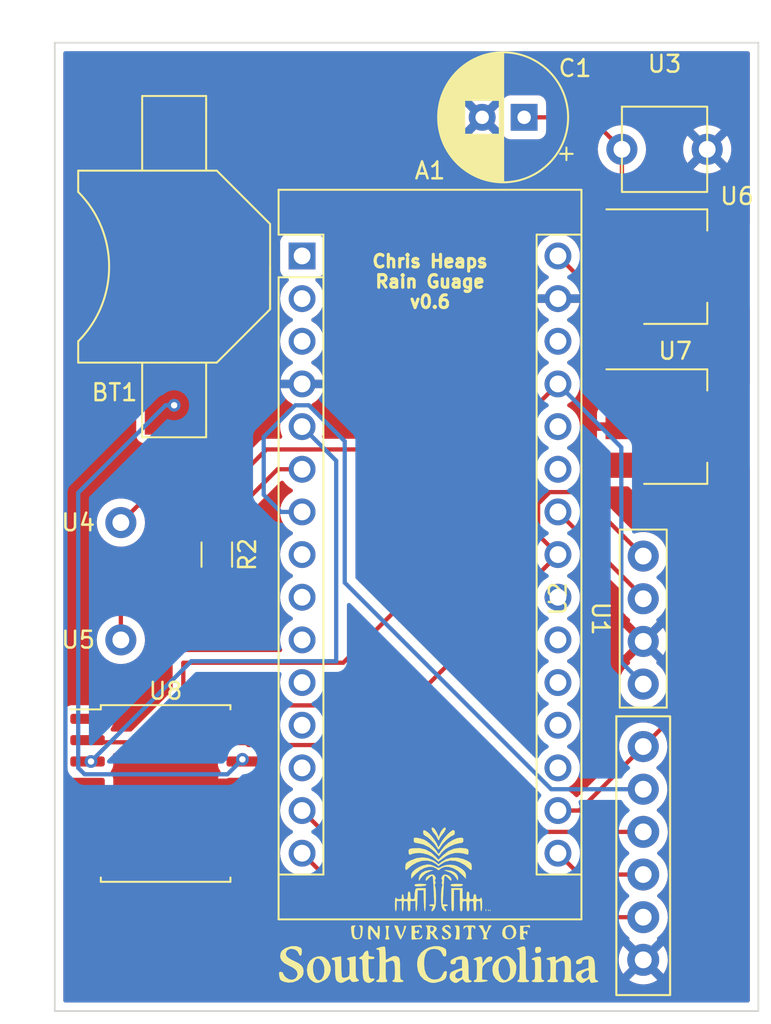
<source format=kicad_pcb>
(kicad_pcb (version 20211014) (generator pcbnew)
  (layers (0 "F.Cu" signal) (31 "B.Cu" signal) (34 "B.Paste" user) (35 "F.Paste" user) (36 "B.SilkS" user "B.Silkscreen") (37 "F.SilkS" user "F.Silkscreen") (38 "B.Mask" user) (39 "F.Mask" user) (44 "Edge.Cuts" user))
  (net 0 "")
  (net 4 "GND")
  (net 5 "Net-(A1-Pad5)")
  (net 6 "Net-(A1-Pad6)")
  (net 7 "Net-(A1-Pad7)")
  (net 14 "Net-(A1-Pad14)")
  (net 15 "Net-(A1-Pad15)")
  (net 16 "Net-(A1-Pad16)")
  (net 17 "+3V3")
  (net 23 "Net-(A1-Pad23)")
  (net 24 "Net-(A1-Pad24)")
  (net 27 "+5V")
  (net 29 "Net-(A1-Pad30)")
  (net 30 "Net-(BT1-Pad1)")
  (net 31 "Net-(C1-Pad1)")
  (footprint "Package_TO_SOT_SMD:SOT-223-3_TabPin2" (layer "F.Cu") (at 205.105 51.435)
    (fp_text reference "U6" (at 3.683 -4.191) (layer "F.SilkS"))
    (fp_text value "LM2937xMP")
    (pad "1" smd rect (at -3.15 -2.3) (size 2 1.5) (layers "F.Cu" "F.Paste" "F.Mask") (net 31 "Net-(C1-Pad1)"))
    (pad "2" smd rect (at 3.15 0) (size 2 3.8) (layers "F.Cu" "F.Paste" "F.Mask") (net 4 "GND"))
    (pad "2" smd rect (at -3.15 0) (size 2 1.5) (layers "F.Cu" "F.Paste" "F.Mask") (net 4 "GND"))
    (pad "3" smd rect (at -3.15 2.3) (size 2 1.5) (layers "F.Cu" "F.Paste" "F.Mask") (net 29 "Net-(A1-Pad30)"))
  )
  (footprint "Module:Arduino_Nano" (layer "F.Cu") (at 182.88 50.8)
    (fp_text reference "A1" (at 7.62 -5.08) (layer "F.SilkS"))
    (fp_text value "Arduino_Nano_Every")
    (pad "1" thru_hole rect (at 0 0) (size 1.6 1.6) (drill 1) (layers *.Cu *.Mask))
    (pad "2" thru_hole oval (at 0 2.54) (size 1.6 1.6) (drill 1) (layers *.Cu *.Mask))
    (pad "3" thru_hole oval (at 0 5.08) (size 1.6 1.6) (drill 1) (layers *.Cu *.Mask))
    (pad "4" thru_hole oval (at 0 7.62) (size 1.6 1.6) (drill 1) (layers *.Cu *.Mask) (net 4 "GND"))
    (pad "5" thru_hole oval (at 0 10.16) (size 1.6 1.6) (drill 1) (layers *.Cu *.Mask) (net 5 "Net-(A1-Pad5)"))
    (pad "6" thru_hole oval (at 0 12.7) (size 1.6 1.6) (drill 1) (layers *.Cu *.Mask) (net 6 "Net-(A1-Pad6)"))
    (pad "7" thru_hole oval (at 0 15.24) (size 1.6 1.6) (drill 1) (layers *.Cu *.Mask) (net 7 "Net-(A1-Pad7)"))
    (pad "8" thru_hole oval (at 0 17.78) (size 1.6 1.6) (drill 1) (layers *.Cu *.Mask))
    (pad "9" thru_hole oval (at 0 20.32) (size 1.6 1.6) (drill 1) (layers *.Cu *.Mask))
    (pad "10" thru_hole oval (at 0 22.86) (size 1.6 1.6) (drill 1) (layers *.Cu *.Mask))
    (pad "11" thru_hole oval (at 0 25.4) (size 1.6 1.6) (drill 1) (layers *.Cu *.Mask))
    (pad "12" thru_hole oval (at 0 27.94) (size 1.6 1.6) (drill 1) (layers *.Cu *.Mask))
    (pad "13" thru_hole oval (at 0 30.48) (size 1.6 1.6) (drill 1) (layers *.Cu *.Mask))
    (pad "14" thru_hole oval (at 0 33.02) (size 1.6 1.6) (drill 1) (layers *.Cu *.Mask) (net 14 "Net-(A1-Pad14)"))
    (pad "15" thru_hole oval (at 0 35.56) (size 1.6 1.6) (drill 1) (layers *.Cu *.Mask) (net 15 "Net-(A1-Pad15)"))
    (pad "16" thru_hole oval (at 15.24 35.56) (size 1.6 1.6) (drill 1) (layers *.Cu *.Mask) (net 16 "Net-(A1-Pad16)"))
    (pad "17" thru_hole oval (at 15.24 33.02) (size 1.6 1.6) (drill 1) (layers *.Cu *.Mask) (net 17 "+3V3"))
    (pad "18" thru_hole oval (at 15.24 30.48) (size 1.6 1.6) (drill 1) (layers *.Cu *.Mask))
    (pad "19" thru_hole oval (at 15.24 27.94) (size 1.6 1.6) (drill 1) (layers *.Cu *.Mask))
    (pad "20" thru_hole oval (at 15.24 25.4) (size 1.6 1.6) (drill 1) (layers *.Cu *.Mask))
    (pad "21" thru_hole oval (at 15.24 22.86) (size 1.6 1.6) (drill 1) (layers *.Cu *.Mask))
    (pad "22" thru_hole oval (at 15.24 20.32) (size 1.6 1.6) (drill 1) (layers *.Cu *.Mask))
    (pad "23" thru_hole oval (at 15.24 17.78) (size 1.6 1.6) (drill 1) (layers *.Cu *.Mask) (net 23 "Net-(A1-Pad23)"))
    (pad "24" thru_hole oval (at 15.24 15.24) (size 1.6 1.6) (drill 1) (layers *.Cu *.Mask) (net 24 "Net-(A1-Pad24)"))
    (pad "25" thru_hole oval (at 15.24 12.7) (size 1.6 1.6) (drill 1) (layers *.Cu *.Mask))
    (pad "26" thru_hole oval (at 15.24 10.16) (size 1.6 1.6) (drill 1) (layers *.Cu *.Mask))
    (pad "27" thru_hole oval (at 15.24 7.62) (size 1.6 1.6) (drill 1) (layers *.Cu *.Mask) (net 27 "+5V"))
    (pad "28" thru_hole oval (at 15.24 5.08) (size 1.6 1.6) (drill 1) (layers *.Cu *.Mask))
    (pad "29" thru_hole oval (at 15.24 2.54) (size 1.6 1.6) (drill 1) (layers *.Cu *.Mask) (net 4 "GND"))
    (pad "30" thru_hole oval (at 15.24 0) (size 1.6 1.6) (drill 1) (layers *.Cu *.Mask) (net 29 "Net-(A1-Pad30)"))
  )
  (footprint "Rain Gauge:Electrode" (layer "F.Cu") (at 172.085 66.675)
    (fp_text reference "U4" (at -2.54 0 unlocked) (layer "F.SilkS"))
    (fp_text value "Electrode")
    (pad "1" thru_hole circle (at 0 0) (size 1.85 1.85) (drill 1) (layers *.Cu *.Mask) (net 27 "+5V"))
  )
  (footprint "Package_TO_SOT_SMD:SOT-223-3_TabPin2" (layer "F.Cu") (at 205.105 60.96)
    (fp_text reference "U7" (at 0 -4.5) (layer "F.SilkS"))
    (fp_text value "MCP1825S")
    (pad "1" smd rect (at -3.15 -2.3) (size 2 1.5) (layers "F.Cu" "F.Paste" "F.Mask") (net 29 "Net-(A1-Pad30)"))
    (pad "2" smd rect (at 3.15 0) (size 2 3.8) (layers "F.Cu" "F.Paste" "F.Mask") (net 4 "GND"))
    (pad "2" smd rect (at -3.15 0) (size 2 1.5) (layers "F.Cu" "F.Paste" "F.Mask") (net 4 "GND"))
    (pad "3" smd rect (at -3.15 2.3) (size 2 1.5) (layers "F.Cu" "F.Paste" "F.Mask") (net 17 "+3V3"))
  )
  (footprint "Capacitor_THT:CP_Radial_D7.5mm_P2.50mm" (layer "F.Cu") (at 196.106395 42.545 180)
    (fp_text reference "C1" (at -3.029605 2.921 180) (layer "F.SilkS"))
    (fp_text value "C_Polarized")
    (pad "1" thru_hole rect (at 0 0 180) (size 1.6 1.6) (drill 0.8) (layers *.Cu *.Mask) (net 31 "Net-(C1-Pad1)"))
    (pad "2" thru_hole circle (at 2.5 0 180) (size 1.6 1.6) (drill 0.8) (layers *.Cu *.Mask) (net 4 "GND"))
  )
  (footprint "Rain Gauge:3.3v SD Adapter" (layer "F.Cu") (at 203.2 80.01 -90)
    (fp_text reference "U1" (at -7.62 2.54 -90 unlocked) (layer "F.SilkS"))
    (fp_text value "SD_Adapter")
    (pad "1" thru_hole circle (at 0 0 270) (size 1.85 1.85) (drill 1) (layers *.Cu *.Mask) (net 17 "+3V3"))
    (pad "2" thru_hole circle (at 2.54 0 270) (size 1.85 1.85) (drill 1) (layers *.Cu *.Mask) (net 7 "Net-(A1-Pad7)"))
    (pad "3" thru_hole circle (at 5.08 0 270) (size 1.905 1.905) (drill 1) (layers *.Cu *.Mask) (net 14 "Net-(A1-Pad14)"))
    (pad "4" thru_hole circle (at 7.62 0 270) (size 1.905 1.905) (drill 1) (layers *.Cu *.Mask) (net 16 "Net-(A1-Pad16)"))
    (pad "5" thru_hole circle (at 10.16 0 270) (size 1.905 1.905) (drill 1) (layers *.Cu *.Mask) (net 15 "Net-(A1-Pad15)"))
    (pad "6" thru_hole circle (at 12.7 0 270) (size 1.905 1.905) (drill 1) (layers *.Cu *.Mask) (net 4 "GND"))
  )
  (footprint "ARTS-Lab:uofsc_logo_0_75in" (layer "F.Cu") (at 191.008 89.408)
    (fp_text reference "G***" hide)
    (fp_text value "LOGO" hide)
  )
  (footprint "Rain Gauge:Lipo" (layer "F.Cu") (at 204.47 44.45)
    (fp_text reference "U3" (at 0 -5.08 unlocked) (layer "F.SilkS"))
    (fp_text value "Lipo")
    (pad "1" thru_hole circle (at -2.54 0) (size 1.85 1.85) (drill 1) (layers *.Cu *.Mask) (net 31 "Net-(C1-Pad1)"))
    (pad "2" thru_hole circle (at 2.54 0) (size 1.85 1.85) (drill 1) (layers *.Cu *.Mask) (net 4 "GND"))
  )
  (footprint "Resistor_SMD:R_1206_3216Metric" (layer "F.Cu") (at 177.8 68.58 -90)
    (fp_text reference "R2" (at 0 -1.82 90) (layer "F.SilkS"))
    (fp_text value "3M")
    (pad "1" smd roundrect (at -1.4625 0 270) (size 1.125 1.75) (layers "F.Cu" "F.Paste" "F.Mask") (roundrect_rratio 0.222222) (net 6 "Net-(A1-Pad6)"))
    (pad "2" smd roundrect (at 1.4625 0 270) (size 1.125 1.75) (layers "F.Cu" "F.Paste" "F.Mask") (roundrect_rratio 0.222222) (net 4 "GND"))
  )
  (footprint "ARTS-Lab:battery_holder_10mm" (layer "F.Cu") (at 175.26 51.435 90)
    (fp_text reference "BT1" (at -7.493 -3.556 180) (layer "F.SilkS"))
    (fp_text value "Battery_Cell")
    (pad "1" smd rect locked (at -8.255 0) (size 3.5 3.5) (layers "F.Cu" "F.Mask") (net 30 "Net-(BT1-Pad1)"))
    (pad "1" smd rect locked (at 8.255 0) (size 3.5 3.5) (layers "F.Cu" "F.Mask") (net 30 "Net-(BT1-Pad1)"))
    (pad "2" smd circle locked (at 0 0) (size 8 8) (layers "F.Cu" "F.Mask") (net 4 "GND"))
  )
  (footprint "Package_SO:SOIC-16W_7.5x10.3mm_P1.27mm" (layer "F.Cu") (at 174.752 82.804)
    (fp_text reference "U8" (at 0 -6.1) (layer "F.SilkS"))
    (fp_text value "DS3231M")
    (pad "1" smd roundrect (at -4.65 -4.445) (size 2.05 0.6) (layers "F.Cu" "F.Paste" "F.Mask"))
    (pad "2" smd roundrect (at -4.65 -3.175) (size 2.05 0.6) (layers "F.Cu" "F.Paste" "F.Mask") (net 27 "+5V"))
    (pad "3" smd roundrect (at -4.65 -1.905) (size 2.05 0.6) (layers "F.Cu" "F.Paste" "F.Mask") (net 5 "Net-(A1-Pad5)"))
    (pad "4" smd roundrect (at -4.65 -0.635) (size 2.05 0.6) (layers "F.Cu" "F.Paste" "F.Mask"))
    (pad "5" smd roundrect (at -4.65 0.635) (size 2.05 0.6) (layers "F.Cu" "F.Paste" "F.Mask") (net 4 "GND"))
    (pad "6" smd roundrect (at -4.65 1.905) (size 2.05 0.6) (layers "F.Cu" "F.Paste" "F.Mask") (net 4 "GND"))
    (pad "7" smd roundrect (at -4.65 3.175) (size 2.05 0.6) (layers "F.Cu" "F.Paste" "F.Mask") (net 4 "GND"))
    (pad "8" smd roundrect (at -4.65 4.445) (size 2.05 0.6) (layers "F.Cu" "F.Paste" "F.Mask") (net 4 "GND"))
    (pad "9" smd roundrect (at 4.65 4.445) (size 2.05 0.6) (layers "F.Cu" "F.Paste" "F.Mask") (net 4 "GND"))
    (pad "10" smd roundrect (at 4.65 3.175) (size 2.05 0.6) (layers "F.Cu" "F.Paste" "F.Mask") (net 4 "GND"))
    (pad "11" smd roundrect (at 4.65 1.905) (size 2.05 0.6) (layers "F.Cu" "F.Paste" "F.Mask") (net 4 "GND"))
    (pad "12" smd roundrect (at 4.65 0.635) (size 2.05 0.6) (layers "F.Cu" "F.Paste" "F.Mask") (net 4 "GND"))
    (pad "13" smd roundrect (at 4.65 -0.635) (size 2.05 0.6) (layers "F.Cu" "F.Paste" "F.Mask") (net 4 "GND"))
    (pad "14" smd roundrect (at 4.65 -1.905) (size 2.05 0.6) (layers "F.Cu" "F.Paste" "F.Mask") (net 30 "Net-(BT1-Pad1)"))
    (pad "15" smd roundrect (at 4.65 -3.175) (size 2.05 0.6) (layers "F.Cu" "F.Paste" "F.Mask") (net 23 "Net-(A1-Pad23)"))
    (pad "16" smd roundrect (at 4.65 -4.445) (size 2.05 0.6) (layers "F.Cu" "F.Paste" "F.Mask") (net 23 "Net-(A1-Pad23)"))
  )
  (footprint "Rain Gauge:Electrode" (layer "F.Cu") (at 172.085 73.66)
    (fp_text reference "U5" (at -2.54 0 unlocked) (layer "F.SilkS"))
    (fp_text value "Electrode")
    (pad "1" thru_hole circle (at 0 0) (size 1.85 1.85) (drill 1) (layers *.Cu *.Mask) (net 6 "Net-(A1-Pad6)"))
  )
  (footprint "Rain Gauge:BME280" (layer "F.Cu") (at 203.2 76.29 90)
    (fp_text reference "U2" (at 5.08 -5.08 90 unlocked) (layer "F.SilkS"))
    (fp_text value "BME280")
    (pad "1" thru_hole circle (at 0 0 90) (size 1.85 1.85) (drill 1) (layers *.Cu *.Mask) (net 27 "+5V"))
    (pad "2" thru_hole circle (at 2.54 0 90) (size 1.85 1.85) (drill 1) (layers *.Cu *.Mask) (net 4 "GND"))
    (pad "3" thru_hole circle (at 5.08 0 180) (size 1.85 1.85) (drill 1) (layers *.Cu *.Mask) (net 24 "Net-(A1-Pad24)"))
    (pad "4" thru_hole circle (at 7.62 0 90) (size 1.85 1.85) (drill 1) (layers *.Cu *.Mask) (net 23 "Net-(A1-Pad23)"))
  )
  (gr_rect (start 168.148 38.1) (end 210.058 95.758) (layer "Edge.Cuts") (width 0.1) (fill none))
  (gr_text "Chris Heaps\nRain Guage\nv0.6" (at 190.5 52.324) (layer "F.SilkS") (effects (font (size 0.75 0.75) (thickness 0.1875))))
  (via (at 170.307 80.899) (size 0.762) (drill 0.381) (layers "F.Cu" "B.Cu") (net 5))
  (segment (start 184.912 62.992) (end 184.912 74.93) (width 0.254) (layer "B.Cu") (net 5))
  (segment (start 176.276 74.93) (end 170.307 80.899) (width 0.254) (layer "B.Cu") (net 5))
  (segment (start 184.912 74.93) (end 176.276 74.93) (width 0.254) (layer "B.Cu") (net 5))
  (segment (start 182.88 60.96) (end 184.912 62.992) (width 0.254) (layer "B.Cu") (net 5))
  (segment (start 177.8 67.1175) (end 181.4175 63.5) (width 0.254) (layer "F.Cu") (net 6))
  (segment (start 181.4175 63.5) (end 182.88 63.5) (width 0.254) (layer "F.Cu") (net 6))
  (segment (start 172.085 73.66) (end 172.085 70.485) (width 0.254) (layer "F.Cu") (net 6))
  (segment (start 172.085 70.485) (end 175.4525 67.1175) (width 0.254) (layer "F.Cu") (net 6))
  (segment (start 175.4525 67.1175) (end 177.8 67.1175) (width 0.254) (layer "F.Cu") (net 6))
  (segment (start 180.594 61.576504) (end 180.594 65.024) (width 0.254) (layer "B.Cu") (net 7))
  (segment (start 203.2 82.55) (end 197.720504 82.55) (width 0.254) (layer "B.Cu") (net 7))
  (segment (start 183.279496 59.69) (end 182.480504 59.69) (width 0.254) (layer "B.Cu") (net 7))
  (segment (start 182.480504 59.69) (end 180.594 61.576504) (width 0.254) (layer "B.Cu") (net 7))
  (segment (start 181.61 66.04) (end 182.88 66.04) (width 0.254) (layer "B.Cu") (net 7))
  (segment (start 197.720504 82.55) (end 185.41952 70.249016) (width 0.254) (layer "B.Cu") (net 7))
  (segment (start 180.594 65.024) (end 181.61 66.04) (width 0.254) (layer "B.Cu") (net 7))
  (segment (start 185.41952 61.830024) (end 183.279496 59.69) (width 0.254) (layer "B.Cu") (net 7))
  (segment (start 185.41952 70.249016) (end 185.41952 61.830024) (width 0.254) (layer "B.Cu") (net 7))
  (segment (start 182.88 83.82) (end 184.15 85.09) (width 0.254) (layer "F.Cu") (net 14))
  (segment (start 184.15 85.09) (end 203.2 85.09) (width 0.254) (layer "F.Cu") (net 14))
  (segment (start 203.2 90.17) (end 186.69 90.17) (width 0.254) (layer "F.Cu") (net 15))
  (segment (start 186.69 90.17) (end 182.88 86.36) (width 0.254) (layer "F.Cu") (net 15))
  (segment (start 203.2 87.63) (end 199.39 87.63) (width 0.254) (layer "F.Cu") (net 16))
  (segment (start 199.39 87.63) (end 198.12 86.36) (width 0.254) (layer "F.Cu") (net 16))
  (segment (start 199.39 83.82) (end 198.12 83.82) (width 0.254) (layer "F.Cu") (net 17))
  (segment (start 205.486 66.791) (end 205.486 78.74) (width 0.254) (layer "F.Cu") (net 17))
  (segment (start 204.47 78.74) (end 203.2 80.01) (width 0.254) (layer "F.Cu") (net 17))
  (segment (start 201.955 63.26) (end 205.486 66.791) (width 0.254) (layer "F.Cu") (net 17))
  (segment (start 203.2 80.01) (end 199.39 83.82) (width 0.254) (layer "F.Cu") (net 17))
  (segment (start 205.486 78.74) (end 204.47 78.74) (width 0.254) (layer "F.Cu") (net 17))
  (segment (start 189.140511 77.559489) (end 198.12 68.58) (width 0.254) (layer "F.Cu") (net 23))
  (segment (start 199.389489 64.859489) (end 203.2 68.67) (width 0.254) (layer "F.Cu") (net 23))
  (segment (start 198.12 68.58) (end 196.939489 67.399489) (width 0.254) (layer "F.Cu") (net 23))
  (segment (start 187.287489 78.396511) (end 187.287489 77.559489) (width 0.254) (layer "F.Cu") (net 23))
  (segment (start 179.402 79.629) (end 179.693511 79.920511) (width 0.254) (layer "F.Cu") (net 23))
  (segment (start 196.939489 67.399489) (end 196.939489 65.551015) (width 0.254) (layer "F.Cu") (net 23))
  (segment (start 180.201511 77.559489) (end 187.287489 77.559489) (width 0.254) (layer "F.Cu") (net 23))
  (segment (start 196.939489 65.551015) (end 197.631015 64.859489) (width 0.254) (layer "F.Cu") (net 23))
  (segment (start 179.402 78.359) (end 180.201511 77.559489) (width 0.254) (layer "F.Cu") (net 23))
  (segment (start 197.631015 64.859489) (end 199.389489 64.859489) (width 0.254) (layer "F.Cu") (net 23))
  (segment (start 187.287489 77.559489) (end 189.140511 77.559489) (width 0.254) (layer "F.Cu") (net 23))
  (segment (start 185.763489 79.920511) (end 187.287489 78.396511) (width 0.254) (layer "F.Cu") (net 23))
  (segment (start 179.693511 79.920511) (end 185.763489 79.920511) (width 0.254) (layer "F.Cu") (net 23))
  (segment (start 198.12 66.04) (end 203.2 71.12) (width 0.254) (layer "F.Cu") (net 24))
  (segment (start 203.2 71.12) (end 203.2 71.21) (width 0.254) (layer "F.Cu") (net 24))
  (segment (start 180.758511 62.319489) (end 188.684489 62.319489) (width 0.254) (layer "F.Cu") (net 27))
  (segment (start 175.805511 75.019489) (end 175.805511 76.924489) (width 0.254) (layer "F.Cu") (net 27))
  (segment (start 188.684489 71.665511) (end 185.330511 75.019489) (width 0.254) (layer "F.Cu") (net 27))
  (segment (start 173.101 65.659) (end 177.419 65.659) (width 0.254) (layer "F.Cu") (net 27))
  (segment (start 177.419 65.659) (end 180.758511 62.319489) (width 0.254) (layer "F.Cu") (net 27))
  (segment (start 170.229 79.756) (end 170.102 79.629) (width 0.254) (layer "F.Cu") (net 27))
  (segment (start 172.085 66.675) (end 173.101 65.659) (width 0.254) (layer "F.Cu") (net 27))
  (segment (start 172.974 79.756) (end 170.229 79.756) (width 0.254) (layer "F.Cu") (net 27))
  (segment (start 175.805511 76.924489) (end 172.974 79.756) (width 0.254) (layer "F.Cu") (net 27))
  (segment (start 185.330511 75.019489) (end 175.805511 75.019489) (width 0.254) (layer "F.Cu") (net 27))
  (segment (start 196.760511 59.779489) (end 188.684489 59.779489) (width 0.254) (layer "F.Cu") (net 27))
  (segment (start 188.684489 62.319489) (end 188.684489 71.665511) (width 0.254) (layer "F.Cu") (net 27))
  (segment (start 198.12 58.42) (end 196.760511 59.779489) (width 0.254) (layer "F.Cu") (net 27))
  (segment (start 188.684489 59.779489) (end 188.684489 62.319489) (width 0.254) (layer "F.Cu") (net 27))
  (segment (start 203.2 76.29) (end 201.894489 74.984489) (width 0.254) (layer "B.Cu") (net 27))
  (segment (start 201.894489 74.984489) (end 201.894489 62.194489) (width 0.254) (layer "B.Cu") (net 27))
  (segment (start 201.894489 62.194489) (end 198.12 58.42) (width 0.254) (layer "B.Cu") (net 27))
  (segment (start 201.955 58.66) (end 201.955 53.735) (width 0.254) (layer "F.Cu") (net 29))
  (segment (start 201.055 53.735) (end 198.12 50.8) (width 0.254) (layer "F.Cu") (net 29))
  (segment (start 201.955 53.735) (end 201.055 53.735) (width 0.254) (layer "F.Cu") (net 29))
  (segment (start 175.26 43.18) (end 179.640511 47.560511) (width 0.254) (layer "F.Cu") (net 30))
  (segment (start 179.640511 47.560511) (end 179.640511 55.309489) (width 0.254) (layer "F.Cu") (net 30))
  (segment (start 179.640511 55.309489) (end 175.26 59.69) (width 0.254) (layer "F.Cu") (net 30))
  (via (at 179.324 80.772) (size 0.762) (drill 0.381) (layers "F.Cu" "B.Cu") (net 30))
  (via (at 175.26 59.69) (size 0.762) (drill 0.381) (layers "F.Cu" "B.Cu") (net 30))
  (segment (start 174.752 59.69) (end 175.26 59.69) (width 0.254) (layer "B.Cu") (net 30))
  (segment (start 178.435489 81.660511) (end 169.925531 81.660511) (width 0.254) (layer "B.Cu") (net 30))
  (segment (start 169.545489 64.896511) (end 174.752 59.69) (width 0.254) (layer "B.Cu") (net 30))
  (segment (start 169.545489 81.280469) (end 169.545489 64.896511) (width 0.254) (layer "B.Cu") (net 30))
  (segment (start 179.324 80.772) (end 178.435489 81.660511) (width 0.254) (layer "B.Cu") (net 30))
  (segment (start 169.925531 81.660511) (end 169.545489 81.280469) (width 0.254) (layer "B.Cu") (net 30))
  (segment (start 200.025 42.545) (end 201.93 44.45) (width 0.254) (layer "F.Cu") (net 31))
  (segment (start 201.93 44.45) (end 201.93 49.11) (width 0.254) (layer "F.Cu") (net 31))
  (segment (start 196.106395 42.545) (end 200.025 42.545) (width 0.254) (layer "F.Cu") (net 31))
  (segment (start 201.93 49.11) (end 201.955 49.135) (width 0.254) (layer "F.Cu") (net 31))
  (zone (net 4) (net_name "GND") (layers F&B.Cu) (connect_pads (clearance 0.508)) (min_thickness 0.254) (fill yes (thermal_gap 0.508) (thermal_bridge_width 0.508))
    (polygon (pts (xy 210.82 96.52) (xy 167.64 96.52) (xy 167.64 35.56) (xy 210.82 35.56)))
  )
)
</source>
